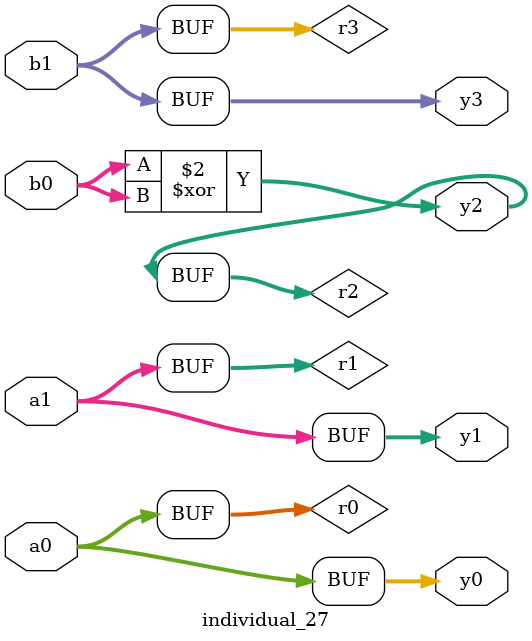
<source format=sv>
module individual_27(input logic [15:0] a1, input logic [15:0] a0, input logic [15:0] b1, input logic [15:0] b0, output logic [15:0] y3, output logic [15:0] y2, output logic [15:0] y1, output logic [15:0] y0);
logic [15:0] r0, r1, r2, r3; 
 always@(*) begin 
	 r0 = a0; r1 = a1; r2 = b0; r3 = b1; 
 	 r2  ^=  b0 ;
 	 y3 = r3; y2 = r2; y1 = r1; y0 = r0; 
end
endmodule
</source>
